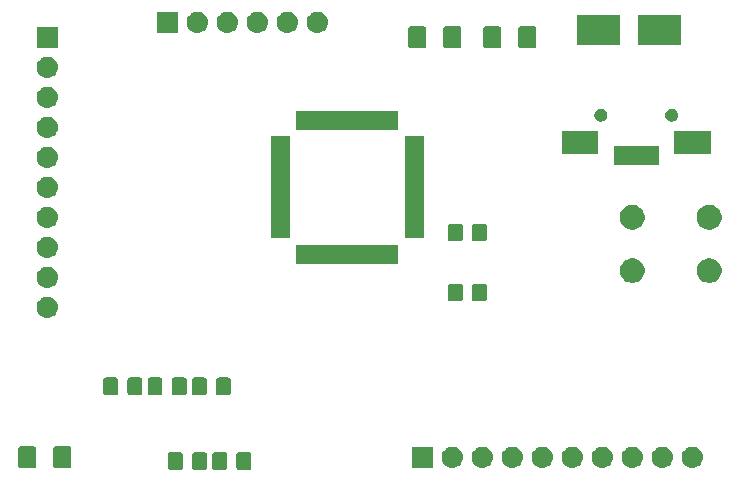
<source format=gbr>
G04 #@! TF.GenerationSoftware,KiCad,Pcbnew,5.0.2+dfsg1-1*
G04 #@! TF.CreationDate,2019-09-12T15:25:03-03:00*
G04 #@! TF.ProjectId,minicurso,6d696e69-6375-4727-936f-2e6b69636164,rev?*
G04 #@! TF.SameCoordinates,Original*
G04 #@! TF.FileFunction,Soldermask,Top*
G04 #@! TF.FilePolarity,Negative*
%FSLAX46Y46*%
G04 Gerber Fmt 4.6, Leading zero omitted, Abs format (unit mm)*
G04 Created by KiCad (PCBNEW 5.0.2+dfsg1-1) date qui 12 set 2019 15:25:03 -03*
%MOMM*%
%LPD*%
G01*
G04 APERTURE LIST*
%ADD10C,0.100000*%
G04 APERTURE END LIST*
D10*
G36*
X78057636Y-75764565D02*
X78095323Y-75775998D01*
X78130062Y-75794566D01*
X78160507Y-75819552D01*
X78185493Y-75849997D01*
X78204061Y-75884736D01*
X78215494Y-75922423D01*
X78219959Y-75967761D01*
X78219959Y-77054439D01*
X78215494Y-77099777D01*
X78204061Y-77137464D01*
X78185493Y-77172203D01*
X78160507Y-77202648D01*
X78130062Y-77227634D01*
X78095323Y-77246202D01*
X78057636Y-77257635D01*
X78012298Y-77262100D01*
X77175620Y-77262100D01*
X77130282Y-77257635D01*
X77092595Y-77246202D01*
X77057856Y-77227634D01*
X77027411Y-77202648D01*
X77002425Y-77172203D01*
X76983857Y-77137464D01*
X76972424Y-77099777D01*
X76967959Y-77054439D01*
X76967959Y-75967761D01*
X76972424Y-75922423D01*
X76983857Y-75884736D01*
X77002425Y-75849997D01*
X77027411Y-75819552D01*
X77057856Y-75794566D01*
X77092595Y-75775998D01*
X77130282Y-75764565D01*
X77175620Y-75760100D01*
X78012298Y-75760100D01*
X78057636Y-75764565D01*
X78057636Y-75764565D01*
G37*
G36*
X74307636Y-75764565D02*
X74345323Y-75775998D01*
X74380062Y-75794566D01*
X74410507Y-75819552D01*
X74435493Y-75849997D01*
X74454061Y-75884736D01*
X74465494Y-75922423D01*
X74469959Y-75967761D01*
X74469959Y-77054439D01*
X74465494Y-77099777D01*
X74454061Y-77137464D01*
X74435493Y-77172203D01*
X74410507Y-77202648D01*
X74380062Y-77227634D01*
X74345323Y-77246202D01*
X74307636Y-77257635D01*
X74262298Y-77262100D01*
X73425620Y-77262100D01*
X73380282Y-77257635D01*
X73342595Y-77246202D01*
X73307856Y-77227634D01*
X73277411Y-77202648D01*
X73252425Y-77172203D01*
X73233857Y-77137464D01*
X73222424Y-77099777D01*
X73217959Y-77054439D01*
X73217959Y-75967761D01*
X73222424Y-75922423D01*
X73233857Y-75884736D01*
X73252425Y-75849997D01*
X73277411Y-75819552D01*
X73307856Y-75794566D01*
X73342595Y-75775998D01*
X73380282Y-75764565D01*
X73425620Y-75760100D01*
X74262298Y-75760100D01*
X74307636Y-75764565D01*
X74307636Y-75764565D01*
G37*
G36*
X72257636Y-75764565D02*
X72295323Y-75775998D01*
X72330062Y-75794566D01*
X72360507Y-75819552D01*
X72385493Y-75849997D01*
X72404061Y-75884736D01*
X72415494Y-75922423D01*
X72419959Y-75967761D01*
X72419959Y-77054439D01*
X72415494Y-77099777D01*
X72404061Y-77137464D01*
X72385493Y-77172203D01*
X72360507Y-77202648D01*
X72330062Y-77227634D01*
X72295323Y-77246202D01*
X72257636Y-77257635D01*
X72212298Y-77262100D01*
X71375620Y-77262100D01*
X71330282Y-77257635D01*
X71292595Y-77246202D01*
X71257856Y-77227634D01*
X71227411Y-77202648D01*
X71202425Y-77172203D01*
X71183857Y-77137464D01*
X71172424Y-77099777D01*
X71167959Y-77054439D01*
X71167959Y-75967761D01*
X71172424Y-75922423D01*
X71183857Y-75884736D01*
X71202425Y-75849997D01*
X71227411Y-75819552D01*
X71257856Y-75794566D01*
X71292595Y-75775998D01*
X71330282Y-75764565D01*
X71375620Y-75760100D01*
X72212298Y-75760100D01*
X72257636Y-75764565D01*
X72257636Y-75764565D01*
G37*
G36*
X76007636Y-75764565D02*
X76045323Y-75775998D01*
X76080062Y-75794566D01*
X76110507Y-75819552D01*
X76135493Y-75849997D01*
X76154061Y-75884736D01*
X76165494Y-75922423D01*
X76169959Y-75967761D01*
X76169959Y-77054439D01*
X76165494Y-77099777D01*
X76154061Y-77137464D01*
X76135493Y-77172203D01*
X76110507Y-77202648D01*
X76080062Y-77227634D01*
X76045323Y-77246202D01*
X76007636Y-77257635D01*
X75962298Y-77262100D01*
X75125620Y-77262100D01*
X75080282Y-77257635D01*
X75042595Y-77246202D01*
X75007856Y-77227634D01*
X74977411Y-77202648D01*
X74952425Y-77172203D01*
X74933857Y-77137464D01*
X74922424Y-77099777D01*
X74917959Y-77054439D01*
X74917959Y-75967761D01*
X74922424Y-75922423D01*
X74933857Y-75884736D01*
X74952425Y-75849997D01*
X74977411Y-75819552D01*
X75007856Y-75794566D01*
X75042595Y-75775998D01*
X75080282Y-75764565D01*
X75125620Y-75760100D01*
X75962298Y-75760100D01*
X76007636Y-75764565D01*
X76007636Y-75764565D01*
G37*
G36*
X59868062Y-75278181D02*
X59902977Y-75288773D01*
X59935165Y-75305978D01*
X59963373Y-75329127D01*
X59986522Y-75357335D01*
X60003727Y-75389523D01*
X60014319Y-75424438D01*
X60018500Y-75466895D01*
X60018500Y-76933105D01*
X60014319Y-76975562D01*
X60003727Y-77010477D01*
X59986522Y-77042665D01*
X59963373Y-77070873D01*
X59935165Y-77094022D01*
X59902977Y-77111227D01*
X59868062Y-77121819D01*
X59825605Y-77126000D01*
X58684395Y-77126000D01*
X58641938Y-77121819D01*
X58607023Y-77111227D01*
X58574835Y-77094022D01*
X58546627Y-77070873D01*
X58523478Y-77042665D01*
X58506273Y-77010477D01*
X58495681Y-76975562D01*
X58491500Y-76933105D01*
X58491500Y-75466895D01*
X58495681Y-75424438D01*
X58506273Y-75389523D01*
X58523478Y-75357335D01*
X58546627Y-75329127D01*
X58574835Y-75305978D01*
X58607023Y-75288773D01*
X58641938Y-75278181D01*
X58684395Y-75274000D01*
X59825605Y-75274000D01*
X59868062Y-75278181D01*
X59868062Y-75278181D01*
G37*
G36*
X62843062Y-75278181D02*
X62877977Y-75288773D01*
X62910165Y-75305978D01*
X62938373Y-75329127D01*
X62961522Y-75357335D01*
X62978727Y-75389523D01*
X62989319Y-75424438D01*
X62993500Y-75466895D01*
X62993500Y-76933105D01*
X62989319Y-76975562D01*
X62978727Y-77010477D01*
X62961522Y-77042665D01*
X62938373Y-77070873D01*
X62910165Y-77094022D01*
X62877977Y-77111227D01*
X62843062Y-77121819D01*
X62800605Y-77126000D01*
X61659395Y-77126000D01*
X61616938Y-77121819D01*
X61582023Y-77111227D01*
X61549835Y-77094022D01*
X61521627Y-77070873D01*
X61498478Y-77042665D01*
X61481273Y-77010477D01*
X61470681Y-76975562D01*
X61466500Y-76933105D01*
X61466500Y-75466895D01*
X61470681Y-75424438D01*
X61481273Y-75389523D01*
X61498478Y-75357335D01*
X61521627Y-75329127D01*
X61549835Y-75305978D01*
X61582023Y-75288773D01*
X61616938Y-75278181D01*
X61659395Y-75274000D01*
X62800605Y-75274000D01*
X62843062Y-75278181D01*
X62843062Y-75278181D01*
G37*
G36*
X110600442Y-75305518D02*
X110666627Y-75312037D01*
X110779853Y-75346384D01*
X110836467Y-75363557D01*
X110975087Y-75437652D01*
X110992991Y-75447222D01*
X111016962Y-75466895D01*
X111130186Y-75559814D01*
X111213448Y-75661271D01*
X111242778Y-75697009D01*
X111242779Y-75697011D01*
X111326443Y-75853533D01*
X111326443Y-75853534D01*
X111377963Y-76023373D01*
X111395359Y-76200000D01*
X111377963Y-76376627D01*
X111343616Y-76489853D01*
X111326443Y-76546467D01*
X111252348Y-76685087D01*
X111242778Y-76702991D01*
X111213448Y-76738729D01*
X111130186Y-76840186D01*
X111028729Y-76923448D01*
X110992991Y-76952778D01*
X110992989Y-76952779D01*
X110836467Y-77036443D01*
X110799901Y-77047535D01*
X110666627Y-77087963D01*
X110600442Y-77094482D01*
X110534260Y-77101000D01*
X110445740Y-77101000D01*
X110379558Y-77094482D01*
X110313373Y-77087963D01*
X110180099Y-77047535D01*
X110143533Y-77036443D01*
X109987011Y-76952779D01*
X109987009Y-76952778D01*
X109951271Y-76923448D01*
X109849814Y-76840186D01*
X109766552Y-76738729D01*
X109737222Y-76702991D01*
X109727652Y-76685087D01*
X109653557Y-76546467D01*
X109636384Y-76489853D01*
X109602037Y-76376627D01*
X109584641Y-76200000D01*
X109602037Y-76023373D01*
X109653557Y-75853534D01*
X109653557Y-75853533D01*
X109737221Y-75697011D01*
X109737222Y-75697009D01*
X109766552Y-75661271D01*
X109849814Y-75559814D01*
X109963038Y-75466895D01*
X109987009Y-75447222D01*
X110004913Y-75437652D01*
X110143533Y-75363557D01*
X110200147Y-75346384D01*
X110313373Y-75312037D01*
X110379558Y-75305518D01*
X110445740Y-75299000D01*
X110534260Y-75299000D01*
X110600442Y-75305518D01*
X110600442Y-75305518D01*
G37*
G36*
X108060442Y-75305518D02*
X108126627Y-75312037D01*
X108239853Y-75346384D01*
X108296467Y-75363557D01*
X108435087Y-75437652D01*
X108452991Y-75447222D01*
X108476962Y-75466895D01*
X108590186Y-75559814D01*
X108673448Y-75661271D01*
X108702778Y-75697009D01*
X108702779Y-75697011D01*
X108786443Y-75853533D01*
X108786443Y-75853534D01*
X108837963Y-76023373D01*
X108855359Y-76200000D01*
X108837963Y-76376627D01*
X108803616Y-76489853D01*
X108786443Y-76546467D01*
X108712348Y-76685087D01*
X108702778Y-76702991D01*
X108673448Y-76738729D01*
X108590186Y-76840186D01*
X108488729Y-76923448D01*
X108452991Y-76952778D01*
X108452989Y-76952779D01*
X108296467Y-77036443D01*
X108259901Y-77047535D01*
X108126627Y-77087963D01*
X108060442Y-77094482D01*
X107994260Y-77101000D01*
X107905740Y-77101000D01*
X107839558Y-77094482D01*
X107773373Y-77087963D01*
X107640099Y-77047535D01*
X107603533Y-77036443D01*
X107447011Y-76952779D01*
X107447009Y-76952778D01*
X107411271Y-76923448D01*
X107309814Y-76840186D01*
X107226552Y-76738729D01*
X107197222Y-76702991D01*
X107187652Y-76685087D01*
X107113557Y-76546467D01*
X107096384Y-76489853D01*
X107062037Y-76376627D01*
X107044641Y-76200000D01*
X107062037Y-76023373D01*
X107113557Y-75853534D01*
X107113557Y-75853533D01*
X107197221Y-75697011D01*
X107197222Y-75697009D01*
X107226552Y-75661271D01*
X107309814Y-75559814D01*
X107423038Y-75466895D01*
X107447009Y-75447222D01*
X107464913Y-75437652D01*
X107603533Y-75363557D01*
X107660147Y-75346384D01*
X107773373Y-75312037D01*
X107839558Y-75305518D01*
X107905740Y-75299000D01*
X107994260Y-75299000D01*
X108060442Y-75305518D01*
X108060442Y-75305518D01*
G37*
G36*
X105520442Y-75305518D02*
X105586627Y-75312037D01*
X105699853Y-75346384D01*
X105756467Y-75363557D01*
X105895087Y-75437652D01*
X105912991Y-75447222D01*
X105936962Y-75466895D01*
X106050186Y-75559814D01*
X106133448Y-75661271D01*
X106162778Y-75697009D01*
X106162779Y-75697011D01*
X106246443Y-75853533D01*
X106246443Y-75853534D01*
X106297963Y-76023373D01*
X106315359Y-76200000D01*
X106297963Y-76376627D01*
X106263616Y-76489853D01*
X106246443Y-76546467D01*
X106172348Y-76685087D01*
X106162778Y-76702991D01*
X106133448Y-76738729D01*
X106050186Y-76840186D01*
X105948729Y-76923448D01*
X105912991Y-76952778D01*
X105912989Y-76952779D01*
X105756467Y-77036443D01*
X105719901Y-77047535D01*
X105586627Y-77087963D01*
X105520442Y-77094482D01*
X105454260Y-77101000D01*
X105365740Y-77101000D01*
X105299558Y-77094482D01*
X105233373Y-77087963D01*
X105100099Y-77047535D01*
X105063533Y-77036443D01*
X104907011Y-76952779D01*
X104907009Y-76952778D01*
X104871271Y-76923448D01*
X104769814Y-76840186D01*
X104686552Y-76738729D01*
X104657222Y-76702991D01*
X104647652Y-76685087D01*
X104573557Y-76546467D01*
X104556384Y-76489853D01*
X104522037Y-76376627D01*
X104504641Y-76200000D01*
X104522037Y-76023373D01*
X104573557Y-75853534D01*
X104573557Y-75853533D01*
X104657221Y-75697011D01*
X104657222Y-75697009D01*
X104686552Y-75661271D01*
X104769814Y-75559814D01*
X104883038Y-75466895D01*
X104907009Y-75447222D01*
X104924913Y-75437652D01*
X105063533Y-75363557D01*
X105120147Y-75346384D01*
X105233373Y-75312037D01*
X105299558Y-75305518D01*
X105365740Y-75299000D01*
X105454260Y-75299000D01*
X105520442Y-75305518D01*
X105520442Y-75305518D01*
G37*
G36*
X102980442Y-75305518D02*
X103046627Y-75312037D01*
X103159853Y-75346384D01*
X103216467Y-75363557D01*
X103355087Y-75437652D01*
X103372991Y-75447222D01*
X103396962Y-75466895D01*
X103510186Y-75559814D01*
X103593448Y-75661271D01*
X103622778Y-75697009D01*
X103622779Y-75697011D01*
X103706443Y-75853533D01*
X103706443Y-75853534D01*
X103757963Y-76023373D01*
X103775359Y-76200000D01*
X103757963Y-76376627D01*
X103723616Y-76489853D01*
X103706443Y-76546467D01*
X103632348Y-76685087D01*
X103622778Y-76702991D01*
X103593448Y-76738729D01*
X103510186Y-76840186D01*
X103408729Y-76923448D01*
X103372991Y-76952778D01*
X103372989Y-76952779D01*
X103216467Y-77036443D01*
X103179901Y-77047535D01*
X103046627Y-77087963D01*
X102980442Y-77094482D01*
X102914260Y-77101000D01*
X102825740Y-77101000D01*
X102759558Y-77094482D01*
X102693373Y-77087963D01*
X102560099Y-77047535D01*
X102523533Y-77036443D01*
X102367011Y-76952779D01*
X102367009Y-76952778D01*
X102331271Y-76923448D01*
X102229814Y-76840186D01*
X102146552Y-76738729D01*
X102117222Y-76702991D01*
X102107652Y-76685087D01*
X102033557Y-76546467D01*
X102016384Y-76489853D01*
X101982037Y-76376627D01*
X101964641Y-76200000D01*
X101982037Y-76023373D01*
X102033557Y-75853534D01*
X102033557Y-75853533D01*
X102117221Y-75697011D01*
X102117222Y-75697009D01*
X102146552Y-75661271D01*
X102229814Y-75559814D01*
X102343038Y-75466895D01*
X102367009Y-75447222D01*
X102384913Y-75437652D01*
X102523533Y-75363557D01*
X102580147Y-75346384D01*
X102693373Y-75312037D01*
X102759558Y-75305518D01*
X102825740Y-75299000D01*
X102914260Y-75299000D01*
X102980442Y-75305518D01*
X102980442Y-75305518D01*
G37*
G36*
X100440442Y-75305518D02*
X100506627Y-75312037D01*
X100619853Y-75346384D01*
X100676467Y-75363557D01*
X100815087Y-75437652D01*
X100832991Y-75447222D01*
X100856962Y-75466895D01*
X100970186Y-75559814D01*
X101053448Y-75661271D01*
X101082778Y-75697009D01*
X101082779Y-75697011D01*
X101166443Y-75853533D01*
X101166443Y-75853534D01*
X101217963Y-76023373D01*
X101235359Y-76200000D01*
X101217963Y-76376627D01*
X101183616Y-76489853D01*
X101166443Y-76546467D01*
X101092348Y-76685087D01*
X101082778Y-76702991D01*
X101053448Y-76738729D01*
X100970186Y-76840186D01*
X100868729Y-76923448D01*
X100832991Y-76952778D01*
X100832989Y-76952779D01*
X100676467Y-77036443D01*
X100639901Y-77047535D01*
X100506627Y-77087963D01*
X100440442Y-77094482D01*
X100374260Y-77101000D01*
X100285740Y-77101000D01*
X100219558Y-77094482D01*
X100153373Y-77087963D01*
X100020099Y-77047535D01*
X99983533Y-77036443D01*
X99827011Y-76952779D01*
X99827009Y-76952778D01*
X99791271Y-76923448D01*
X99689814Y-76840186D01*
X99606552Y-76738729D01*
X99577222Y-76702991D01*
X99567652Y-76685087D01*
X99493557Y-76546467D01*
X99476384Y-76489853D01*
X99442037Y-76376627D01*
X99424641Y-76200000D01*
X99442037Y-76023373D01*
X99493557Y-75853534D01*
X99493557Y-75853533D01*
X99577221Y-75697011D01*
X99577222Y-75697009D01*
X99606552Y-75661271D01*
X99689814Y-75559814D01*
X99803038Y-75466895D01*
X99827009Y-75447222D01*
X99844913Y-75437652D01*
X99983533Y-75363557D01*
X100040147Y-75346384D01*
X100153373Y-75312037D01*
X100219558Y-75305518D01*
X100285740Y-75299000D01*
X100374260Y-75299000D01*
X100440442Y-75305518D01*
X100440442Y-75305518D01*
G37*
G36*
X97900442Y-75305518D02*
X97966627Y-75312037D01*
X98079853Y-75346384D01*
X98136467Y-75363557D01*
X98275087Y-75437652D01*
X98292991Y-75447222D01*
X98316962Y-75466895D01*
X98430186Y-75559814D01*
X98513448Y-75661271D01*
X98542778Y-75697009D01*
X98542779Y-75697011D01*
X98626443Y-75853533D01*
X98626443Y-75853534D01*
X98677963Y-76023373D01*
X98695359Y-76200000D01*
X98677963Y-76376627D01*
X98643616Y-76489853D01*
X98626443Y-76546467D01*
X98552348Y-76685087D01*
X98542778Y-76702991D01*
X98513448Y-76738729D01*
X98430186Y-76840186D01*
X98328729Y-76923448D01*
X98292991Y-76952778D01*
X98292989Y-76952779D01*
X98136467Y-77036443D01*
X98099901Y-77047535D01*
X97966627Y-77087963D01*
X97900442Y-77094482D01*
X97834260Y-77101000D01*
X97745740Y-77101000D01*
X97679558Y-77094482D01*
X97613373Y-77087963D01*
X97480099Y-77047535D01*
X97443533Y-77036443D01*
X97287011Y-76952779D01*
X97287009Y-76952778D01*
X97251271Y-76923448D01*
X97149814Y-76840186D01*
X97066552Y-76738729D01*
X97037222Y-76702991D01*
X97027652Y-76685087D01*
X96953557Y-76546467D01*
X96936384Y-76489853D01*
X96902037Y-76376627D01*
X96884641Y-76200000D01*
X96902037Y-76023373D01*
X96953557Y-75853534D01*
X96953557Y-75853533D01*
X97037221Y-75697011D01*
X97037222Y-75697009D01*
X97066552Y-75661271D01*
X97149814Y-75559814D01*
X97263038Y-75466895D01*
X97287009Y-75447222D01*
X97304913Y-75437652D01*
X97443533Y-75363557D01*
X97500147Y-75346384D01*
X97613373Y-75312037D01*
X97679558Y-75305518D01*
X97745740Y-75299000D01*
X97834260Y-75299000D01*
X97900442Y-75305518D01*
X97900442Y-75305518D01*
G37*
G36*
X95360442Y-75305518D02*
X95426627Y-75312037D01*
X95539853Y-75346384D01*
X95596467Y-75363557D01*
X95735087Y-75437652D01*
X95752991Y-75447222D01*
X95776962Y-75466895D01*
X95890186Y-75559814D01*
X95973448Y-75661271D01*
X96002778Y-75697009D01*
X96002779Y-75697011D01*
X96086443Y-75853533D01*
X96086443Y-75853534D01*
X96137963Y-76023373D01*
X96155359Y-76200000D01*
X96137963Y-76376627D01*
X96103616Y-76489853D01*
X96086443Y-76546467D01*
X96012348Y-76685087D01*
X96002778Y-76702991D01*
X95973448Y-76738729D01*
X95890186Y-76840186D01*
X95788729Y-76923448D01*
X95752991Y-76952778D01*
X95752989Y-76952779D01*
X95596467Y-77036443D01*
X95559901Y-77047535D01*
X95426627Y-77087963D01*
X95360442Y-77094482D01*
X95294260Y-77101000D01*
X95205740Y-77101000D01*
X95139558Y-77094482D01*
X95073373Y-77087963D01*
X94940099Y-77047535D01*
X94903533Y-77036443D01*
X94747011Y-76952779D01*
X94747009Y-76952778D01*
X94711271Y-76923448D01*
X94609814Y-76840186D01*
X94526552Y-76738729D01*
X94497222Y-76702991D01*
X94487652Y-76685087D01*
X94413557Y-76546467D01*
X94396384Y-76489853D01*
X94362037Y-76376627D01*
X94344641Y-76200000D01*
X94362037Y-76023373D01*
X94413557Y-75853534D01*
X94413557Y-75853533D01*
X94497221Y-75697011D01*
X94497222Y-75697009D01*
X94526552Y-75661271D01*
X94609814Y-75559814D01*
X94723038Y-75466895D01*
X94747009Y-75447222D01*
X94764913Y-75437652D01*
X94903533Y-75363557D01*
X94960147Y-75346384D01*
X95073373Y-75312037D01*
X95139558Y-75305518D01*
X95205740Y-75299000D01*
X95294260Y-75299000D01*
X95360442Y-75305518D01*
X95360442Y-75305518D01*
G37*
G36*
X93611000Y-77101000D02*
X91809000Y-77101000D01*
X91809000Y-75299000D01*
X93611000Y-75299000D01*
X93611000Y-77101000D01*
X93611000Y-77101000D01*
G37*
G36*
X113140442Y-75305518D02*
X113206627Y-75312037D01*
X113319853Y-75346384D01*
X113376467Y-75363557D01*
X113515087Y-75437652D01*
X113532991Y-75447222D01*
X113556962Y-75466895D01*
X113670186Y-75559814D01*
X113753448Y-75661271D01*
X113782778Y-75697009D01*
X113782779Y-75697011D01*
X113866443Y-75853533D01*
X113866443Y-75853534D01*
X113917963Y-76023373D01*
X113935359Y-76200000D01*
X113917963Y-76376627D01*
X113883616Y-76489853D01*
X113866443Y-76546467D01*
X113792348Y-76685087D01*
X113782778Y-76702991D01*
X113753448Y-76738729D01*
X113670186Y-76840186D01*
X113568729Y-76923448D01*
X113532991Y-76952778D01*
X113532989Y-76952779D01*
X113376467Y-77036443D01*
X113339901Y-77047535D01*
X113206627Y-77087963D01*
X113140442Y-77094482D01*
X113074260Y-77101000D01*
X112985740Y-77101000D01*
X112919558Y-77094482D01*
X112853373Y-77087963D01*
X112720099Y-77047535D01*
X112683533Y-77036443D01*
X112527011Y-76952779D01*
X112527009Y-76952778D01*
X112491271Y-76923448D01*
X112389814Y-76840186D01*
X112306552Y-76738729D01*
X112277222Y-76702991D01*
X112267652Y-76685087D01*
X112193557Y-76546467D01*
X112176384Y-76489853D01*
X112142037Y-76376627D01*
X112124641Y-76200000D01*
X112142037Y-76023373D01*
X112193557Y-75853534D01*
X112193557Y-75853533D01*
X112277221Y-75697011D01*
X112277222Y-75697009D01*
X112306552Y-75661271D01*
X112389814Y-75559814D01*
X112503038Y-75466895D01*
X112527009Y-75447222D01*
X112544913Y-75437652D01*
X112683533Y-75363557D01*
X112740147Y-75346384D01*
X112853373Y-75312037D01*
X112919558Y-75305518D01*
X112985740Y-75299000D01*
X113074260Y-75299000D01*
X113140442Y-75305518D01*
X113140442Y-75305518D01*
G37*
G36*
X115680442Y-75305518D02*
X115746627Y-75312037D01*
X115859853Y-75346384D01*
X115916467Y-75363557D01*
X116055087Y-75437652D01*
X116072991Y-75447222D01*
X116096962Y-75466895D01*
X116210186Y-75559814D01*
X116293448Y-75661271D01*
X116322778Y-75697009D01*
X116322779Y-75697011D01*
X116406443Y-75853533D01*
X116406443Y-75853534D01*
X116457963Y-76023373D01*
X116475359Y-76200000D01*
X116457963Y-76376627D01*
X116423616Y-76489853D01*
X116406443Y-76546467D01*
X116332348Y-76685087D01*
X116322778Y-76702991D01*
X116293448Y-76738729D01*
X116210186Y-76840186D01*
X116108729Y-76923448D01*
X116072991Y-76952778D01*
X116072989Y-76952779D01*
X115916467Y-77036443D01*
X115879901Y-77047535D01*
X115746627Y-77087963D01*
X115680442Y-77094482D01*
X115614260Y-77101000D01*
X115525740Y-77101000D01*
X115459558Y-77094482D01*
X115393373Y-77087963D01*
X115260099Y-77047535D01*
X115223533Y-77036443D01*
X115067011Y-76952779D01*
X115067009Y-76952778D01*
X115031271Y-76923448D01*
X114929814Y-76840186D01*
X114846552Y-76738729D01*
X114817222Y-76702991D01*
X114807652Y-76685087D01*
X114733557Y-76546467D01*
X114716384Y-76489853D01*
X114682037Y-76376627D01*
X114664641Y-76200000D01*
X114682037Y-76023373D01*
X114733557Y-75853534D01*
X114733557Y-75853533D01*
X114817221Y-75697011D01*
X114817222Y-75697009D01*
X114846552Y-75661271D01*
X114929814Y-75559814D01*
X115043038Y-75466895D01*
X115067009Y-75447222D01*
X115084913Y-75437652D01*
X115223533Y-75363557D01*
X115280147Y-75346384D01*
X115393373Y-75312037D01*
X115459558Y-75305518D01*
X115525740Y-75299000D01*
X115614260Y-75299000D01*
X115680442Y-75305518D01*
X115680442Y-75305518D01*
G37*
G36*
X76332212Y-69439766D02*
X76369899Y-69451199D01*
X76404638Y-69469767D01*
X76435083Y-69494753D01*
X76460069Y-69525198D01*
X76478637Y-69559937D01*
X76490070Y-69597624D01*
X76494535Y-69642962D01*
X76494535Y-70729640D01*
X76490070Y-70774978D01*
X76478637Y-70812665D01*
X76460069Y-70847404D01*
X76435083Y-70877849D01*
X76404638Y-70902835D01*
X76369899Y-70921403D01*
X76332212Y-70932836D01*
X76286874Y-70937301D01*
X75450196Y-70937301D01*
X75404858Y-70932836D01*
X75367171Y-70921403D01*
X75332432Y-70902835D01*
X75301987Y-70877849D01*
X75277001Y-70847404D01*
X75258433Y-70812665D01*
X75247000Y-70774978D01*
X75242535Y-70729640D01*
X75242535Y-69642962D01*
X75247000Y-69597624D01*
X75258433Y-69559937D01*
X75277001Y-69525198D01*
X75301987Y-69494753D01*
X75332432Y-69469767D01*
X75367171Y-69451199D01*
X75404858Y-69439766D01*
X75450196Y-69435301D01*
X76286874Y-69435301D01*
X76332212Y-69439766D01*
X76332212Y-69439766D01*
G37*
G36*
X66782212Y-69439766D02*
X66819899Y-69451199D01*
X66854638Y-69469767D01*
X66885083Y-69494753D01*
X66910069Y-69525198D01*
X66928637Y-69559937D01*
X66940070Y-69597624D01*
X66944535Y-69642962D01*
X66944535Y-70729640D01*
X66940070Y-70774978D01*
X66928637Y-70812665D01*
X66910069Y-70847404D01*
X66885083Y-70877849D01*
X66854638Y-70902835D01*
X66819899Y-70921403D01*
X66782212Y-70932836D01*
X66736874Y-70937301D01*
X65900196Y-70937301D01*
X65854858Y-70932836D01*
X65817171Y-70921403D01*
X65782432Y-70902835D01*
X65751987Y-70877849D01*
X65727001Y-70847404D01*
X65708433Y-70812665D01*
X65697000Y-70774978D01*
X65692535Y-70729640D01*
X65692535Y-69642962D01*
X65697000Y-69597624D01*
X65708433Y-69559937D01*
X65727001Y-69525198D01*
X65751987Y-69494753D01*
X65782432Y-69469767D01*
X65817171Y-69451199D01*
X65854858Y-69439766D01*
X65900196Y-69435301D01*
X66736874Y-69435301D01*
X66782212Y-69439766D01*
X66782212Y-69439766D01*
G37*
G36*
X68832212Y-69439766D02*
X68869899Y-69451199D01*
X68904638Y-69469767D01*
X68935083Y-69494753D01*
X68960069Y-69525198D01*
X68978637Y-69559937D01*
X68990070Y-69597624D01*
X68994535Y-69642962D01*
X68994535Y-70729640D01*
X68990070Y-70774978D01*
X68978637Y-70812665D01*
X68960069Y-70847404D01*
X68935083Y-70877849D01*
X68904638Y-70902835D01*
X68869899Y-70921403D01*
X68832212Y-70932836D01*
X68786874Y-70937301D01*
X67950196Y-70937301D01*
X67904858Y-70932836D01*
X67867171Y-70921403D01*
X67832432Y-70902835D01*
X67801987Y-70877849D01*
X67777001Y-70847404D01*
X67758433Y-70812665D01*
X67747000Y-70774978D01*
X67742535Y-70729640D01*
X67742535Y-69642962D01*
X67747000Y-69597624D01*
X67758433Y-69559937D01*
X67777001Y-69525198D01*
X67801987Y-69494753D01*
X67832432Y-69469767D01*
X67867171Y-69451199D01*
X67904858Y-69439766D01*
X67950196Y-69435301D01*
X68786874Y-69435301D01*
X68832212Y-69439766D01*
X68832212Y-69439766D01*
G37*
G36*
X70532212Y-69439766D02*
X70569899Y-69451199D01*
X70604638Y-69469767D01*
X70635083Y-69494753D01*
X70660069Y-69525198D01*
X70678637Y-69559937D01*
X70690070Y-69597624D01*
X70694535Y-69642962D01*
X70694535Y-70729640D01*
X70690070Y-70774978D01*
X70678637Y-70812665D01*
X70660069Y-70847404D01*
X70635083Y-70877849D01*
X70604638Y-70902835D01*
X70569899Y-70921403D01*
X70532212Y-70932836D01*
X70486874Y-70937301D01*
X69650196Y-70937301D01*
X69604858Y-70932836D01*
X69567171Y-70921403D01*
X69532432Y-70902835D01*
X69501987Y-70877849D01*
X69477001Y-70847404D01*
X69458433Y-70812665D01*
X69447000Y-70774978D01*
X69442535Y-70729640D01*
X69442535Y-69642962D01*
X69447000Y-69597624D01*
X69458433Y-69559937D01*
X69477001Y-69525198D01*
X69501987Y-69494753D01*
X69532432Y-69469767D01*
X69567171Y-69451199D01*
X69604858Y-69439766D01*
X69650196Y-69435301D01*
X70486874Y-69435301D01*
X70532212Y-69439766D01*
X70532212Y-69439766D01*
G37*
G36*
X74282212Y-69439766D02*
X74319899Y-69451199D01*
X74354638Y-69469767D01*
X74385083Y-69494753D01*
X74410069Y-69525198D01*
X74428637Y-69559937D01*
X74440070Y-69597624D01*
X74444535Y-69642962D01*
X74444535Y-70729640D01*
X74440070Y-70774978D01*
X74428637Y-70812665D01*
X74410069Y-70847404D01*
X74385083Y-70877849D01*
X74354638Y-70902835D01*
X74319899Y-70921403D01*
X74282212Y-70932836D01*
X74236874Y-70937301D01*
X73400196Y-70937301D01*
X73354858Y-70932836D01*
X73317171Y-70921403D01*
X73282432Y-70902835D01*
X73251987Y-70877849D01*
X73227001Y-70847404D01*
X73208433Y-70812665D01*
X73197000Y-70774978D01*
X73192535Y-70729640D01*
X73192535Y-69642962D01*
X73197000Y-69597624D01*
X73208433Y-69559937D01*
X73227001Y-69525198D01*
X73251987Y-69494753D01*
X73282432Y-69469767D01*
X73317171Y-69451199D01*
X73354858Y-69439766D01*
X73400196Y-69435301D01*
X74236874Y-69435301D01*
X74282212Y-69439766D01*
X74282212Y-69439766D01*
G37*
G36*
X72582212Y-69439766D02*
X72619899Y-69451199D01*
X72654638Y-69469767D01*
X72685083Y-69494753D01*
X72710069Y-69525198D01*
X72728637Y-69559937D01*
X72740070Y-69597624D01*
X72744535Y-69642962D01*
X72744535Y-70729640D01*
X72740070Y-70774978D01*
X72728637Y-70812665D01*
X72710069Y-70847404D01*
X72685083Y-70877849D01*
X72654638Y-70902835D01*
X72619899Y-70921403D01*
X72582212Y-70932836D01*
X72536874Y-70937301D01*
X71700196Y-70937301D01*
X71654858Y-70932836D01*
X71617171Y-70921403D01*
X71582432Y-70902835D01*
X71551987Y-70877849D01*
X71527001Y-70847404D01*
X71508433Y-70812665D01*
X71497000Y-70774978D01*
X71492535Y-70729640D01*
X71492535Y-69642962D01*
X71497000Y-69597624D01*
X71508433Y-69559937D01*
X71527001Y-69525198D01*
X71551987Y-69494753D01*
X71582432Y-69469767D01*
X71617171Y-69451199D01*
X71654858Y-69439766D01*
X71700196Y-69435301D01*
X72536874Y-69435301D01*
X72582212Y-69439766D01*
X72582212Y-69439766D01*
G37*
G36*
X61070442Y-62605518D02*
X61136627Y-62612037D01*
X61249853Y-62646384D01*
X61306467Y-62663557D01*
X61391160Y-62708827D01*
X61462991Y-62747222D01*
X61494814Y-62773339D01*
X61600186Y-62859814D01*
X61661996Y-62935131D01*
X61712778Y-62997009D01*
X61712779Y-62997011D01*
X61796443Y-63153533D01*
X61796443Y-63153534D01*
X61847963Y-63323373D01*
X61865359Y-63500000D01*
X61847963Y-63676627D01*
X61813616Y-63789853D01*
X61796443Y-63846467D01*
X61722348Y-63985087D01*
X61712778Y-64002991D01*
X61683448Y-64038729D01*
X61600186Y-64140186D01*
X61498729Y-64223448D01*
X61462991Y-64252778D01*
X61462989Y-64252779D01*
X61306467Y-64336443D01*
X61249853Y-64353616D01*
X61136627Y-64387963D01*
X61070442Y-64394482D01*
X61004260Y-64401000D01*
X60915740Y-64401000D01*
X60849558Y-64394482D01*
X60783373Y-64387963D01*
X60670147Y-64353616D01*
X60613533Y-64336443D01*
X60457011Y-64252779D01*
X60457009Y-64252778D01*
X60421271Y-64223448D01*
X60319814Y-64140186D01*
X60236552Y-64038729D01*
X60207222Y-64002991D01*
X60197652Y-63985087D01*
X60123557Y-63846467D01*
X60106384Y-63789853D01*
X60072037Y-63676627D01*
X60054641Y-63500000D01*
X60072037Y-63323373D01*
X60123557Y-63153534D01*
X60123557Y-63153533D01*
X60207221Y-62997011D01*
X60207222Y-62997009D01*
X60258004Y-62935131D01*
X60319814Y-62859814D01*
X60425186Y-62773339D01*
X60457009Y-62747222D01*
X60528840Y-62708827D01*
X60613533Y-62663557D01*
X60670147Y-62646384D01*
X60783373Y-62612037D01*
X60849558Y-62605518D01*
X60915740Y-62599000D01*
X61004260Y-62599000D01*
X61070442Y-62605518D01*
X61070442Y-62605518D01*
G37*
G36*
X95958677Y-61483465D02*
X95996364Y-61494898D01*
X96031103Y-61513466D01*
X96061548Y-61538452D01*
X96086534Y-61568897D01*
X96105102Y-61603636D01*
X96116535Y-61641323D01*
X96121000Y-61686661D01*
X96121000Y-62773339D01*
X96116535Y-62818677D01*
X96105102Y-62856364D01*
X96086534Y-62891103D01*
X96061548Y-62921548D01*
X96031103Y-62946534D01*
X95996364Y-62965102D01*
X95958677Y-62976535D01*
X95913339Y-62981000D01*
X95076661Y-62981000D01*
X95031323Y-62976535D01*
X94993636Y-62965102D01*
X94958897Y-62946534D01*
X94928452Y-62921548D01*
X94903466Y-62891103D01*
X94884898Y-62856364D01*
X94873465Y-62818677D01*
X94869000Y-62773339D01*
X94869000Y-61686661D01*
X94873465Y-61641323D01*
X94884898Y-61603636D01*
X94903466Y-61568897D01*
X94928452Y-61538452D01*
X94958897Y-61513466D01*
X94993636Y-61494898D01*
X95031323Y-61483465D01*
X95076661Y-61479000D01*
X95913339Y-61479000D01*
X95958677Y-61483465D01*
X95958677Y-61483465D01*
G37*
G36*
X98008677Y-61483465D02*
X98046364Y-61494898D01*
X98081103Y-61513466D01*
X98111548Y-61538452D01*
X98136534Y-61568897D01*
X98155102Y-61603636D01*
X98166535Y-61641323D01*
X98171000Y-61686661D01*
X98171000Y-62773339D01*
X98166535Y-62818677D01*
X98155102Y-62856364D01*
X98136534Y-62891103D01*
X98111548Y-62921548D01*
X98081103Y-62946534D01*
X98046364Y-62965102D01*
X98008677Y-62976535D01*
X97963339Y-62981000D01*
X97126661Y-62981000D01*
X97081323Y-62976535D01*
X97043636Y-62965102D01*
X97008897Y-62946534D01*
X96978452Y-62921548D01*
X96953466Y-62891103D01*
X96934898Y-62856364D01*
X96923465Y-62818677D01*
X96919000Y-62773339D01*
X96919000Y-61686661D01*
X96923465Y-61641323D01*
X96934898Y-61603636D01*
X96953466Y-61568897D01*
X96978452Y-61538452D01*
X97008897Y-61513466D01*
X97043636Y-61494898D01*
X97081323Y-61483465D01*
X97126661Y-61479000D01*
X97963339Y-61479000D01*
X98008677Y-61483465D01*
X98008677Y-61483465D01*
G37*
G36*
X61070442Y-60065518D02*
X61136627Y-60072037D01*
X61249853Y-60106384D01*
X61306467Y-60123557D01*
X61445087Y-60197652D01*
X61462991Y-60207222D01*
X61498729Y-60236552D01*
X61600186Y-60319814D01*
X61683448Y-60421271D01*
X61712778Y-60457009D01*
X61712779Y-60457011D01*
X61796443Y-60613533D01*
X61796443Y-60613534D01*
X61847963Y-60783373D01*
X61865359Y-60960000D01*
X61847963Y-61136627D01*
X61813616Y-61249853D01*
X61796443Y-61306467D01*
X61793814Y-61311385D01*
X61712778Y-61462991D01*
X61695975Y-61483465D01*
X61600186Y-61600186D01*
X61498729Y-61683448D01*
X61462991Y-61712778D01*
X61462989Y-61712779D01*
X61306467Y-61796443D01*
X61249853Y-61813616D01*
X61136627Y-61847963D01*
X61070443Y-61854481D01*
X61004260Y-61861000D01*
X60915740Y-61861000D01*
X60849557Y-61854481D01*
X60783373Y-61847963D01*
X60670147Y-61813616D01*
X60613533Y-61796443D01*
X60457011Y-61712779D01*
X60457009Y-61712778D01*
X60421271Y-61683448D01*
X60319814Y-61600186D01*
X60224025Y-61483465D01*
X60207222Y-61462991D01*
X60126186Y-61311385D01*
X60123557Y-61306467D01*
X60106384Y-61249853D01*
X60072037Y-61136627D01*
X60054641Y-60960000D01*
X60072037Y-60783373D01*
X60123557Y-60613534D01*
X60123557Y-60613533D01*
X60207221Y-60457011D01*
X60207222Y-60457009D01*
X60236552Y-60421271D01*
X60319814Y-60319814D01*
X60421271Y-60236552D01*
X60457009Y-60207222D01*
X60474913Y-60197652D01*
X60613533Y-60123557D01*
X60670147Y-60106384D01*
X60783373Y-60072037D01*
X60849558Y-60065518D01*
X60915740Y-60059000D01*
X61004260Y-60059000D01*
X61070442Y-60065518D01*
X61070442Y-60065518D01*
G37*
G36*
X110796565Y-59369389D02*
X110987834Y-59448615D01*
X111159976Y-59563637D01*
X111306363Y-59710024D01*
X111421385Y-59882166D01*
X111500611Y-60073435D01*
X111541000Y-60276484D01*
X111541000Y-60483516D01*
X111500611Y-60686565D01*
X111421385Y-60877834D01*
X111306363Y-61049976D01*
X111159976Y-61196363D01*
X110987834Y-61311385D01*
X110796565Y-61390611D01*
X110593516Y-61431000D01*
X110386484Y-61431000D01*
X110183435Y-61390611D01*
X109992166Y-61311385D01*
X109820024Y-61196363D01*
X109673637Y-61049976D01*
X109558615Y-60877834D01*
X109479389Y-60686565D01*
X109439000Y-60483516D01*
X109439000Y-60276484D01*
X109479389Y-60073435D01*
X109558615Y-59882166D01*
X109673637Y-59710024D01*
X109820024Y-59563637D01*
X109992166Y-59448615D01*
X110183435Y-59369389D01*
X110386484Y-59329000D01*
X110593516Y-59329000D01*
X110796565Y-59369389D01*
X110796565Y-59369389D01*
G37*
G36*
X117296565Y-59369389D02*
X117487834Y-59448615D01*
X117659976Y-59563637D01*
X117806363Y-59710024D01*
X117921385Y-59882166D01*
X118000611Y-60073435D01*
X118041000Y-60276484D01*
X118041000Y-60483516D01*
X118000611Y-60686565D01*
X117921385Y-60877834D01*
X117806363Y-61049976D01*
X117659976Y-61196363D01*
X117487834Y-61311385D01*
X117296565Y-61390611D01*
X117093516Y-61431000D01*
X116886484Y-61431000D01*
X116683435Y-61390611D01*
X116492166Y-61311385D01*
X116320024Y-61196363D01*
X116173637Y-61049976D01*
X116058615Y-60877834D01*
X115979389Y-60686565D01*
X115939000Y-60483516D01*
X115939000Y-60276484D01*
X115979389Y-60073435D01*
X116058615Y-59882166D01*
X116173637Y-59710024D01*
X116320024Y-59563637D01*
X116492166Y-59448615D01*
X116683435Y-59369389D01*
X116886484Y-59329000D01*
X117093516Y-59329000D01*
X117296565Y-59369389D01*
X117296565Y-59369389D01*
G37*
G36*
X90686000Y-59841000D02*
X82034000Y-59841000D01*
X82034000Y-58239000D01*
X90686000Y-58239000D01*
X90686000Y-59841000D01*
X90686000Y-59841000D01*
G37*
G36*
X61070443Y-57525519D02*
X61136627Y-57532037D01*
X61249853Y-57566384D01*
X61306467Y-57583557D01*
X61391160Y-57628827D01*
X61462991Y-57667222D01*
X61494814Y-57693339D01*
X61600186Y-57779814D01*
X61661996Y-57855131D01*
X61712778Y-57917009D01*
X61712779Y-57917011D01*
X61796443Y-58073533D01*
X61796443Y-58073534D01*
X61847963Y-58243373D01*
X61865359Y-58420000D01*
X61847963Y-58596627D01*
X61813616Y-58709853D01*
X61796443Y-58766467D01*
X61722348Y-58905087D01*
X61712778Y-58922991D01*
X61683448Y-58958729D01*
X61600186Y-59060186D01*
X61498729Y-59143448D01*
X61462991Y-59172778D01*
X61462989Y-59172779D01*
X61306467Y-59256443D01*
X61249853Y-59273616D01*
X61136627Y-59307963D01*
X61070442Y-59314482D01*
X61004260Y-59321000D01*
X60915740Y-59321000D01*
X60849558Y-59314482D01*
X60783373Y-59307963D01*
X60670147Y-59273616D01*
X60613533Y-59256443D01*
X60457011Y-59172779D01*
X60457009Y-59172778D01*
X60421271Y-59143448D01*
X60319814Y-59060186D01*
X60236552Y-58958729D01*
X60207222Y-58922991D01*
X60197652Y-58905087D01*
X60123557Y-58766467D01*
X60106384Y-58709853D01*
X60072037Y-58596627D01*
X60054641Y-58420000D01*
X60072037Y-58243373D01*
X60123557Y-58073534D01*
X60123557Y-58073533D01*
X60207221Y-57917011D01*
X60207222Y-57917009D01*
X60258004Y-57855131D01*
X60319814Y-57779814D01*
X60425186Y-57693339D01*
X60457009Y-57667222D01*
X60528840Y-57628827D01*
X60613533Y-57583557D01*
X60670147Y-57566384D01*
X60783373Y-57532037D01*
X60849557Y-57525519D01*
X60915740Y-57519000D01*
X61004260Y-57519000D01*
X61070443Y-57525519D01*
X61070443Y-57525519D01*
G37*
G36*
X95958677Y-56403465D02*
X95996364Y-56414898D01*
X96031103Y-56433466D01*
X96061548Y-56458452D01*
X96086534Y-56488897D01*
X96105102Y-56523636D01*
X96116535Y-56561323D01*
X96121000Y-56606661D01*
X96121000Y-57693339D01*
X96116535Y-57738677D01*
X96105102Y-57776364D01*
X96086534Y-57811103D01*
X96061548Y-57841548D01*
X96031103Y-57866534D01*
X95996364Y-57885102D01*
X95958677Y-57896535D01*
X95913339Y-57901000D01*
X95076661Y-57901000D01*
X95031323Y-57896535D01*
X94993636Y-57885102D01*
X94958897Y-57866534D01*
X94928452Y-57841548D01*
X94903466Y-57811103D01*
X94884898Y-57776364D01*
X94873465Y-57738677D01*
X94869000Y-57693339D01*
X94869000Y-56606661D01*
X94873465Y-56561323D01*
X94884898Y-56523636D01*
X94903466Y-56488897D01*
X94928452Y-56458452D01*
X94958897Y-56433466D01*
X94993636Y-56414898D01*
X95031323Y-56403465D01*
X95076661Y-56399000D01*
X95913339Y-56399000D01*
X95958677Y-56403465D01*
X95958677Y-56403465D01*
G37*
G36*
X98008677Y-56403465D02*
X98046364Y-56414898D01*
X98081103Y-56433466D01*
X98111548Y-56458452D01*
X98136534Y-56488897D01*
X98155102Y-56523636D01*
X98166535Y-56561323D01*
X98171000Y-56606661D01*
X98171000Y-57693339D01*
X98166535Y-57738677D01*
X98155102Y-57776364D01*
X98136534Y-57811103D01*
X98111548Y-57841548D01*
X98081103Y-57866534D01*
X98046364Y-57885102D01*
X98008677Y-57896535D01*
X97963339Y-57901000D01*
X97126661Y-57901000D01*
X97081323Y-57896535D01*
X97043636Y-57885102D01*
X97008897Y-57866534D01*
X96978452Y-57841548D01*
X96953466Y-57811103D01*
X96934898Y-57776364D01*
X96923465Y-57738677D01*
X96919000Y-57693339D01*
X96919000Y-56606661D01*
X96923465Y-56561323D01*
X96934898Y-56523636D01*
X96953466Y-56488897D01*
X96978452Y-56458452D01*
X97008897Y-56433466D01*
X97043636Y-56414898D01*
X97081323Y-56403465D01*
X97126661Y-56399000D01*
X97963339Y-56399000D01*
X98008677Y-56403465D01*
X98008677Y-56403465D01*
G37*
G36*
X81461000Y-57666000D02*
X79859000Y-57666000D01*
X79859000Y-49014000D01*
X81461000Y-49014000D01*
X81461000Y-57666000D01*
X81461000Y-57666000D01*
G37*
G36*
X92861000Y-57666000D02*
X91259000Y-57666000D01*
X91259000Y-49014000D01*
X92861000Y-49014000D01*
X92861000Y-57666000D01*
X92861000Y-57666000D01*
G37*
G36*
X117296565Y-54869389D02*
X117487834Y-54948615D01*
X117659976Y-55063637D01*
X117806363Y-55210024D01*
X117921385Y-55382166D01*
X118000611Y-55573435D01*
X118041000Y-55776484D01*
X118041000Y-55983516D01*
X118000611Y-56186565D01*
X117921385Y-56377834D01*
X117806363Y-56549976D01*
X117659976Y-56696363D01*
X117487834Y-56811385D01*
X117296565Y-56890611D01*
X117093516Y-56931000D01*
X116886484Y-56931000D01*
X116683435Y-56890611D01*
X116492166Y-56811385D01*
X116320024Y-56696363D01*
X116173637Y-56549976D01*
X116058615Y-56377834D01*
X115979389Y-56186565D01*
X115939000Y-55983516D01*
X115939000Y-55776484D01*
X115979389Y-55573435D01*
X116058615Y-55382166D01*
X116173637Y-55210024D01*
X116320024Y-55063637D01*
X116492166Y-54948615D01*
X116683435Y-54869389D01*
X116886484Y-54829000D01*
X117093516Y-54829000D01*
X117296565Y-54869389D01*
X117296565Y-54869389D01*
G37*
G36*
X110796565Y-54869389D02*
X110987834Y-54948615D01*
X111159976Y-55063637D01*
X111306363Y-55210024D01*
X111421385Y-55382166D01*
X111500611Y-55573435D01*
X111541000Y-55776484D01*
X111541000Y-55983516D01*
X111500611Y-56186565D01*
X111421385Y-56377834D01*
X111306363Y-56549976D01*
X111159976Y-56696363D01*
X110987834Y-56811385D01*
X110796565Y-56890611D01*
X110593516Y-56931000D01*
X110386484Y-56931000D01*
X110183435Y-56890611D01*
X109992166Y-56811385D01*
X109820024Y-56696363D01*
X109673637Y-56549976D01*
X109558615Y-56377834D01*
X109479389Y-56186565D01*
X109439000Y-55983516D01*
X109439000Y-55776484D01*
X109479389Y-55573435D01*
X109558615Y-55382166D01*
X109673637Y-55210024D01*
X109820024Y-55063637D01*
X109992166Y-54948615D01*
X110183435Y-54869389D01*
X110386484Y-54829000D01*
X110593516Y-54829000D01*
X110796565Y-54869389D01*
X110796565Y-54869389D01*
G37*
G36*
X61070443Y-54985519D02*
X61136627Y-54992037D01*
X61249853Y-55026384D01*
X61306467Y-55043557D01*
X61344033Y-55063637D01*
X61462991Y-55127222D01*
X61498729Y-55156552D01*
X61600186Y-55239814D01*
X61683448Y-55341271D01*
X61712778Y-55377009D01*
X61712779Y-55377011D01*
X61796443Y-55533533D01*
X61796443Y-55533534D01*
X61847963Y-55703373D01*
X61865359Y-55880000D01*
X61847963Y-56056627D01*
X61813616Y-56169853D01*
X61796443Y-56226467D01*
X61722348Y-56365087D01*
X61712778Y-56382991D01*
X61695975Y-56403465D01*
X61600186Y-56520186D01*
X61498729Y-56603448D01*
X61462991Y-56632778D01*
X61462989Y-56632779D01*
X61306467Y-56716443D01*
X61249853Y-56733616D01*
X61136627Y-56767963D01*
X61070443Y-56774481D01*
X61004260Y-56781000D01*
X60915740Y-56781000D01*
X60849557Y-56774481D01*
X60783373Y-56767963D01*
X60670147Y-56733616D01*
X60613533Y-56716443D01*
X60457011Y-56632779D01*
X60457009Y-56632778D01*
X60421271Y-56603448D01*
X60319814Y-56520186D01*
X60224025Y-56403465D01*
X60207222Y-56382991D01*
X60197652Y-56365087D01*
X60123557Y-56226467D01*
X60106384Y-56169853D01*
X60072037Y-56056627D01*
X60054641Y-55880000D01*
X60072037Y-55703373D01*
X60123557Y-55533534D01*
X60123557Y-55533533D01*
X60207221Y-55377011D01*
X60207222Y-55377009D01*
X60236552Y-55341271D01*
X60319814Y-55239814D01*
X60421271Y-55156552D01*
X60457009Y-55127222D01*
X60575967Y-55063637D01*
X60613533Y-55043557D01*
X60670147Y-55026384D01*
X60783373Y-54992037D01*
X60849557Y-54985519D01*
X60915740Y-54979000D01*
X61004260Y-54979000D01*
X61070443Y-54985519D01*
X61070443Y-54985519D01*
G37*
G36*
X61070443Y-52445519D02*
X61136627Y-52452037D01*
X61249853Y-52486384D01*
X61306467Y-52503557D01*
X61445087Y-52577652D01*
X61462991Y-52587222D01*
X61498729Y-52616552D01*
X61600186Y-52699814D01*
X61683448Y-52801271D01*
X61712778Y-52837009D01*
X61712779Y-52837011D01*
X61796443Y-52993533D01*
X61796443Y-52993534D01*
X61847963Y-53163373D01*
X61865359Y-53340000D01*
X61847963Y-53516627D01*
X61813616Y-53629853D01*
X61796443Y-53686467D01*
X61728274Y-53814000D01*
X61712778Y-53842991D01*
X61683448Y-53878729D01*
X61600186Y-53980186D01*
X61498729Y-54063448D01*
X61462991Y-54092778D01*
X61462989Y-54092779D01*
X61306467Y-54176443D01*
X61249853Y-54193616D01*
X61136627Y-54227963D01*
X61070442Y-54234482D01*
X61004260Y-54241000D01*
X60915740Y-54241000D01*
X60849558Y-54234482D01*
X60783373Y-54227963D01*
X60670147Y-54193616D01*
X60613533Y-54176443D01*
X60457011Y-54092779D01*
X60457009Y-54092778D01*
X60421271Y-54063448D01*
X60319814Y-53980186D01*
X60236552Y-53878729D01*
X60207222Y-53842991D01*
X60191726Y-53814000D01*
X60123557Y-53686467D01*
X60106384Y-53629853D01*
X60072037Y-53516627D01*
X60054641Y-53340000D01*
X60072037Y-53163373D01*
X60123557Y-52993534D01*
X60123557Y-52993533D01*
X60207221Y-52837011D01*
X60207222Y-52837009D01*
X60236552Y-52801271D01*
X60319814Y-52699814D01*
X60421271Y-52616552D01*
X60457009Y-52587222D01*
X60474913Y-52577652D01*
X60613533Y-52503557D01*
X60670147Y-52486384D01*
X60783373Y-52452037D01*
X60849558Y-52445518D01*
X60915740Y-52439000D01*
X61004260Y-52439000D01*
X61070443Y-52445519D01*
X61070443Y-52445519D01*
G37*
G36*
X61070442Y-49905518D02*
X61136627Y-49912037D01*
X61249853Y-49946384D01*
X61306467Y-49963557D01*
X61445087Y-50037652D01*
X61462991Y-50047222D01*
X61498729Y-50076552D01*
X61600186Y-50159814D01*
X61683448Y-50261271D01*
X61712778Y-50297009D01*
X61712779Y-50297011D01*
X61796443Y-50453533D01*
X61796443Y-50453534D01*
X61847963Y-50623373D01*
X61865359Y-50800000D01*
X61847963Y-50976627D01*
X61813616Y-51089853D01*
X61796443Y-51146467D01*
X61732550Y-51266000D01*
X61712778Y-51302991D01*
X61683448Y-51338729D01*
X61600186Y-51440186D01*
X61498729Y-51523448D01*
X61462991Y-51552778D01*
X61462989Y-51552779D01*
X61306467Y-51636443D01*
X61249853Y-51653616D01*
X61136627Y-51687963D01*
X61070442Y-51694482D01*
X61004260Y-51701000D01*
X60915740Y-51701000D01*
X60849558Y-51694482D01*
X60783373Y-51687963D01*
X60670147Y-51653616D01*
X60613533Y-51636443D01*
X60457011Y-51552779D01*
X60457009Y-51552778D01*
X60421271Y-51523448D01*
X60319814Y-51440186D01*
X60236552Y-51338729D01*
X60207222Y-51302991D01*
X60187450Y-51266000D01*
X60123557Y-51146467D01*
X60106384Y-51089853D01*
X60072037Y-50976627D01*
X60054641Y-50800000D01*
X60072037Y-50623373D01*
X60123557Y-50453534D01*
X60123557Y-50453533D01*
X60207221Y-50297011D01*
X60207222Y-50297009D01*
X60236552Y-50261271D01*
X60319814Y-50159814D01*
X60421271Y-50076552D01*
X60457009Y-50047222D01*
X60474913Y-50037652D01*
X60613533Y-49963557D01*
X60670147Y-49946384D01*
X60783373Y-49912037D01*
X60849557Y-49905519D01*
X60915740Y-49899000D01*
X61004260Y-49899000D01*
X61070442Y-49905518D01*
X61070442Y-49905518D01*
G37*
G36*
X112721000Y-51481000D02*
X108919000Y-51481000D01*
X108919000Y-49879000D01*
X112721000Y-49879000D01*
X112721000Y-51481000D01*
X112721000Y-51481000D01*
G37*
G36*
X107621000Y-50481000D02*
X104519000Y-50481000D01*
X104519000Y-48579000D01*
X107621000Y-48579000D01*
X107621000Y-50481000D01*
X107621000Y-50481000D01*
G37*
G36*
X117121000Y-50481000D02*
X114019000Y-50481000D01*
X114019000Y-48579000D01*
X117121000Y-48579000D01*
X117121000Y-50481000D01*
X117121000Y-50481000D01*
G37*
G36*
X61070443Y-47365519D02*
X61136627Y-47372037D01*
X61249853Y-47406384D01*
X61306467Y-47423557D01*
X61432633Y-47490995D01*
X61462991Y-47507222D01*
X61498729Y-47536552D01*
X61600186Y-47619814D01*
X61681002Y-47718290D01*
X61712778Y-47757009D01*
X61712779Y-47757011D01*
X61796443Y-47913533D01*
X61796443Y-47913534D01*
X61847963Y-48083373D01*
X61865359Y-48260000D01*
X61847963Y-48436627D01*
X61846636Y-48441000D01*
X61796443Y-48606467D01*
X61722348Y-48745087D01*
X61712778Y-48762991D01*
X61683448Y-48798729D01*
X61600186Y-48900186D01*
X61498729Y-48983448D01*
X61462991Y-49012778D01*
X61462989Y-49012779D01*
X61306467Y-49096443D01*
X61249853Y-49113616D01*
X61136627Y-49147963D01*
X61070443Y-49154481D01*
X61004260Y-49161000D01*
X60915740Y-49161000D01*
X60849557Y-49154481D01*
X60783373Y-49147963D01*
X60670147Y-49113616D01*
X60613533Y-49096443D01*
X60457011Y-49012779D01*
X60457009Y-49012778D01*
X60421271Y-48983448D01*
X60319814Y-48900186D01*
X60236552Y-48798729D01*
X60207222Y-48762991D01*
X60197652Y-48745087D01*
X60123557Y-48606467D01*
X60073364Y-48441000D01*
X60072037Y-48436627D01*
X60054641Y-48260000D01*
X60072037Y-48083373D01*
X60123557Y-47913534D01*
X60123557Y-47913533D01*
X60207221Y-47757011D01*
X60207222Y-47757009D01*
X60238998Y-47718290D01*
X60319814Y-47619814D01*
X60421271Y-47536552D01*
X60457009Y-47507222D01*
X60487367Y-47490995D01*
X60613533Y-47423557D01*
X60670147Y-47406384D01*
X60783373Y-47372037D01*
X60849557Y-47365519D01*
X60915740Y-47359000D01*
X61004260Y-47359000D01*
X61070443Y-47365519D01*
X61070443Y-47365519D01*
G37*
G36*
X90686000Y-48441000D02*
X82034000Y-48441000D01*
X82034000Y-46839000D01*
X90686000Y-46839000D01*
X90686000Y-48441000D01*
X90686000Y-48441000D01*
G37*
G36*
X107980721Y-46700174D02*
X108080995Y-46741709D01*
X108171245Y-46802012D01*
X108247988Y-46878755D01*
X108308291Y-46969005D01*
X108349826Y-47069279D01*
X108371000Y-47175730D01*
X108371000Y-47284270D01*
X108349826Y-47390721D01*
X108308291Y-47490995D01*
X108247988Y-47581245D01*
X108171245Y-47657988D01*
X108080995Y-47718291D01*
X107980721Y-47759826D01*
X107874270Y-47781000D01*
X107765730Y-47781000D01*
X107659279Y-47759826D01*
X107559005Y-47718291D01*
X107468755Y-47657988D01*
X107392012Y-47581245D01*
X107331709Y-47490995D01*
X107290174Y-47390721D01*
X107269000Y-47284270D01*
X107269000Y-47175730D01*
X107290174Y-47069279D01*
X107331709Y-46969005D01*
X107392012Y-46878755D01*
X107468755Y-46802012D01*
X107559005Y-46741709D01*
X107659279Y-46700174D01*
X107765730Y-46679000D01*
X107874270Y-46679000D01*
X107980721Y-46700174D01*
X107980721Y-46700174D01*
G37*
G36*
X113980721Y-46700174D02*
X114080995Y-46741709D01*
X114171245Y-46802012D01*
X114247988Y-46878755D01*
X114308291Y-46969005D01*
X114349826Y-47069279D01*
X114371000Y-47175730D01*
X114371000Y-47284270D01*
X114349826Y-47390721D01*
X114308291Y-47490995D01*
X114247988Y-47581245D01*
X114171245Y-47657988D01*
X114080995Y-47718291D01*
X113980721Y-47759826D01*
X113874270Y-47781000D01*
X113765730Y-47781000D01*
X113659279Y-47759826D01*
X113559005Y-47718291D01*
X113468755Y-47657988D01*
X113392012Y-47581245D01*
X113331709Y-47490995D01*
X113290174Y-47390721D01*
X113269000Y-47284270D01*
X113269000Y-47175730D01*
X113290174Y-47069279D01*
X113331709Y-46969005D01*
X113392012Y-46878755D01*
X113468755Y-46802012D01*
X113559005Y-46741709D01*
X113659279Y-46700174D01*
X113765730Y-46679000D01*
X113874270Y-46679000D01*
X113980721Y-46700174D01*
X113980721Y-46700174D01*
G37*
G36*
X61070442Y-44825518D02*
X61136627Y-44832037D01*
X61249853Y-44866384D01*
X61306467Y-44883557D01*
X61445087Y-44957652D01*
X61462991Y-44967222D01*
X61498729Y-44996552D01*
X61600186Y-45079814D01*
X61683448Y-45181271D01*
X61712778Y-45217009D01*
X61712779Y-45217011D01*
X61796443Y-45373533D01*
X61796443Y-45373534D01*
X61847963Y-45543373D01*
X61865359Y-45720000D01*
X61847963Y-45896627D01*
X61813616Y-46009853D01*
X61796443Y-46066467D01*
X61722348Y-46205087D01*
X61712778Y-46222991D01*
X61683448Y-46258729D01*
X61600186Y-46360186D01*
X61498729Y-46443448D01*
X61462991Y-46472778D01*
X61462989Y-46472779D01*
X61306467Y-46556443D01*
X61249853Y-46573616D01*
X61136627Y-46607963D01*
X61070442Y-46614482D01*
X61004260Y-46621000D01*
X60915740Y-46621000D01*
X60849558Y-46614482D01*
X60783373Y-46607963D01*
X60670147Y-46573616D01*
X60613533Y-46556443D01*
X60457011Y-46472779D01*
X60457009Y-46472778D01*
X60421271Y-46443448D01*
X60319814Y-46360186D01*
X60236552Y-46258729D01*
X60207222Y-46222991D01*
X60197652Y-46205087D01*
X60123557Y-46066467D01*
X60106384Y-46009853D01*
X60072037Y-45896627D01*
X60054641Y-45720000D01*
X60072037Y-45543373D01*
X60123557Y-45373534D01*
X60123557Y-45373533D01*
X60207221Y-45217011D01*
X60207222Y-45217009D01*
X60236552Y-45181271D01*
X60319814Y-45079814D01*
X60421271Y-44996552D01*
X60457009Y-44967222D01*
X60474913Y-44957652D01*
X60613533Y-44883557D01*
X60670147Y-44866384D01*
X60783373Y-44832037D01*
X60849558Y-44825518D01*
X60915740Y-44819000D01*
X61004260Y-44819000D01*
X61070442Y-44825518D01*
X61070442Y-44825518D01*
G37*
G36*
X61070442Y-42285518D02*
X61136627Y-42292037D01*
X61249853Y-42326384D01*
X61306467Y-42343557D01*
X61445087Y-42417652D01*
X61462991Y-42427222D01*
X61498729Y-42456552D01*
X61600186Y-42539814D01*
X61683448Y-42641271D01*
X61712778Y-42677009D01*
X61712779Y-42677011D01*
X61796443Y-42833533D01*
X61796443Y-42833534D01*
X61847963Y-43003373D01*
X61865359Y-43180000D01*
X61847963Y-43356627D01*
X61813616Y-43469853D01*
X61796443Y-43526467D01*
X61722348Y-43665087D01*
X61712778Y-43682991D01*
X61683448Y-43718729D01*
X61600186Y-43820186D01*
X61498729Y-43903448D01*
X61462991Y-43932778D01*
X61462989Y-43932779D01*
X61306467Y-44016443D01*
X61249853Y-44033616D01*
X61136627Y-44067963D01*
X61070443Y-44074481D01*
X61004260Y-44081000D01*
X60915740Y-44081000D01*
X60849557Y-44074481D01*
X60783373Y-44067963D01*
X60670147Y-44033616D01*
X60613533Y-44016443D01*
X60457011Y-43932779D01*
X60457009Y-43932778D01*
X60421271Y-43903448D01*
X60319814Y-43820186D01*
X60236552Y-43718729D01*
X60207222Y-43682991D01*
X60197652Y-43665087D01*
X60123557Y-43526467D01*
X60106384Y-43469853D01*
X60072037Y-43356627D01*
X60054641Y-43180000D01*
X60072037Y-43003373D01*
X60123557Y-42833534D01*
X60123557Y-42833533D01*
X60207221Y-42677011D01*
X60207222Y-42677009D01*
X60236552Y-42641271D01*
X60319814Y-42539814D01*
X60421271Y-42456552D01*
X60457009Y-42427222D01*
X60474913Y-42417652D01*
X60613533Y-42343557D01*
X60670147Y-42326384D01*
X60783373Y-42292037D01*
X60849558Y-42285518D01*
X60915740Y-42279000D01*
X61004260Y-42279000D01*
X61070442Y-42285518D01*
X61070442Y-42285518D01*
G37*
G36*
X95863062Y-39718181D02*
X95897977Y-39728773D01*
X95930165Y-39745978D01*
X95958373Y-39769127D01*
X95981522Y-39797335D01*
X95998727Y-39829523D01*
X96009319Y-39864438D01*
X96013500Y-39906895D01*
X96013500Y-41373105D01*
X96009319Y-41415562D01*
X95998727Y-41450477D01*
X95981522Y-41482665D01*
X95958373Y-41510873D01*
X95930165Y-41534022D01*
X95897977Y-41551227D01*
X95863062Y-41561819D01*
X95820605Y-41566000D01*
X94679395Y-41566000D01*
X94636938Y-41561819D01*
X94602023Y-41551227D01*
X94569835Y-41534022D01*
X94541627Y-41510873D01*
X94518478Y-41482665D01*
X94501273Y-41450477D01*
X94490681Y-41415562D01*
X94486500Y-41373105D01*
X94486500Y-39906895D01*
X94490681Y-39864438D01*
X94501273Y-39829523D01*
X94518478Y-39797335D01*
X94541627Y-39769127D01*
X94569835Y-39745978D01*
X94602023Y-39728773D01*
X94636938Y-39718181D01*
X94679395Y-39714000D01*
X95820605Y-39714000D01*
X95863062Y-39718181D01*
X95863062Y-39718181D01*
G37*
G36*
X99238062Y-39718181D02*
X99272977Y-39728773D01*
X99305165Y-39745978D01*
X99333373Y-39769127D01*
X99356522Y-39797335D01*
X99373727Y-39829523D01*
X99384319Y-39864438D01*
X99388500Y-39906895D01*
X99388500Y-41373105D01*
X99384319Y-41415562D01*
X99373727Y-41450477D01*
X99356522Y-41482665D01*
X99333373Y-41510873D01*
X99305165Y-41534022D01*
X99272977Y-41551227D01*
X99238062Y-41561819D01*
X99195605Y-41566000D01*
X98054395Y-41566000D01*
X98011938Y-41561819D01*
X97977023Y-41551227D01*
X97944835Y-41534022D01*
X97916627Y-41510873D01*
X97893478Y-41482665D01*
X97876273Y-41450477D01*
X97865681Y-41415562D01*
X97861500Y-41373105D01*
X97861500Y-39906895D01*
X97865681Y-39864438D01*
X97876273Y-39829523D01*
X97893478Y-39797335D01*
X97916627Y-39769127D01*
X97944835Y-39745978D01*
X97977023Y-39728773D01*
X98011938Y-39718181D01*
X98054395Y-39714000D01*
X99195605Y-39714000D01*
X99238062Y-39718181D01*
X99238062Y-39718181D01*
G37*
G36*
X102213062Y-39718181D02*
X102247977Y-39728773D01*
X102280165Y-39745978D01*
X102308373Y-39769127D01*
X102331522Y-39797335D01*
X102348727Y-39829523D01*
X102359319Y-39864438D01*
X102363500Y-39906895D01*
X102363500Y-41373105D01*
X102359319Y-41415562D01*
X102348727Y-41450477D01*
X102331522Y-41482665D01*
X102308373Y-41510873D01*
X102280165Y-41534022D01*
X102247977Y-41551227D01*
X102213062Y-41561819D01*
X102170605Y-41566000D01*
X101029395Y-41566000D01*
X100986938Y-41561819D01*
X100952023Y-41551227D01*
X100919835Y-41534022D01*
X100891627Y-41510873D01*
X100868478Y-41482665D01*
X100851273Y-41450477D01*
X100840681Y-41415562D01*
X100836500Y-41373105D01*
X100836500Y-39906895D01*
X100840681Y-39864438D01*
X100851273Y-39829523D01*
X100868478Y-39797335D01*
X100891627Y-39769127D01*
X100919835Y-39745978D01*
X100952023Y-39728773D01*
X100986938Y-39718181D01*
X101029395Y-39714000D01*
X102170605Y-39714000D01*
X102213062Y-39718181D01*
X102213062Y-39718181D01*
G37*
G36*
X92888062Y-39718181D02*
X92922977Y-39728773D01*
X92955165Y-39745978D01*
X92983373Y-39769127D01*
X93006522Y-39797335D01*
X93023727Y-39829523D01*
X93034319Y-39864438D01*
X93038500Y-39906895D01*
X93038500Y-41373105D01*
X93034319Y-41415562D01*
X93023727Y-41450477D01*
X93006522Y-41482665D01*
X92983373Y-41510873D01*
X92955165Y-41534022D01*
X92922977Y-41551227D01*
X92888062Y-41561819D01*
X92845605Y-41566000D01*
X91704395Y-41566000D01*
X91661938Y-41561819D01*
X91627023Y-41551227D01*
X91594835Y-41534022D01*
X91566627Y-41510873D01*
X91543478Y-41482665D01*
X91526273Y-41450477D01*
X91515681Y-41415562D01*
X91511500Y-41373105D01*
X91511500Y-39906895D01*
X91515681Y-39864438D01*
X91526273Y-39829523D01*
X91543478Y-39797335D01*
X91566627Y-39769127D01*
X91594835Y-39745978D01*
X91627023Y-39728773D01*
X91661938Y-39718181D01*
X91704395Y-39714000D01*
X92845605Y-39714000D01*
X92888062Y-39718181D01*
X92888062Y-39718181D01*
G37*
G36*
X61861000Y-41541000D02*
X60059000Y-41541000D01*
X60059000Y-39739000D01*
X61861000Y-39739000D01*
X61861000Y-41541000D01*
X61861000Y-41541000D01*
G37*
G36*
X114606001Y-41276001D02*
X111004001Y-41276001D01*
X111004001Y-38774001D01*
X114606001Y-38774001D01*
X114606001Y-41276001D01*
X114606001Y-41276001D01*
G37*
G36*
X109406001Y-41276001D02*
X105804001Y-41276001D01*
X105804001Y-38774001D01*
X109406001Y-38774001D01*
X109406001Y-41276001D01*
X109406001Y-41276001D01*
G37*
G36*
X72021000Y-40271000D02*
X70219000Y-40271000D01*
X70219000Y-38469000D01*
X72021000Y-38469000D01*
X72021000Y-40271000D01*
X72021000Y-40271000D01*
G37*
G36*
X73770443Y-38475519D02*
X73836627Y-38482037D01*
X73949853Y-38516384D01*
X74006467Y-38533557D01*
X74145087Y-38607652D01*
X74162991Y-38617222D01*
X74198729Y-38646552D01*
X74300186Y-38729814D01*
X74383448Y-38831271D01*
X74412778Y-38867009D01*
X74412779Y-38867011D01*
X74496443Y-39023533D01*
X74496443Y-39023534D01*
X74547963Y-39193373D01*
X74565359Y-39370000D01*
X74547963Y-39546627D01*
X74513616Y-39659853D01*
X74496443Y-39716467D01*
X74436012Y-39829523D01*
X74412778Y-39872991D01*
X74383448Y-39908729D01*
X74300186Y-40010186D01*
X74198729Y-40093448D01*
X74162991Y-40122778D01*
X74162989Y-40122779D01*
X74006467Y-40206443D01*
X73949853Y-40223616D01*
X73836627Y-40257963D01*
X73770443Y-40264481D01*
X73704260Y-40271000D01*
X73615740Y-40271000D01*
X73549557Y-40264481D01*
X73483373Y-40257963D01*
X73370147Y-40223616D01*
X73313533Y-40206443D01*
X73157011Y-40122779D01*
X73157009Y-40122778D01*
X73121271Y-40093448D01*
X73019814Y-40010186D01*
X72936552Y-39908729D01*
X72907222Y-39872991D01*
X72883988Y-39829523D01*
X72823557Y-39716467D01*
X72806384Y-39659853D01*
X72772037Y-39546627D01*
X72754641Y-39370000D01*
X72772037Y-39193373D01*
X72823557Y-39023534D01*
X72823557Y-39023533D01*
X72907221Y-38867011D01*
X72907222Y-38867009D01*
X72936552Y-38831271D01*
X73019814Y-38729814D01*
X73121271Y-38646552D01*
X73157009Y-38617222D01*
X73174913Y-38607652D01*
X73313533Y-38533557D01*
X73370147Y-38516384D01*
X73483373Y-38482037D01*
X73549557Y-38475519D01*
X73615740Y-38469000D01*
X73704260Y-38469000D01*
X73770443Y-38475519D01*
X73770443Y-38475519D01*
G37*
G36*
X76310443Y-38475519D02*
X76376627Y-38482037D01*
X76489853Y-38516384D01*
X76546467Y-38533557D01*
X76685087Y-38607652D01*
X76702991Y-38617222D01*
X76738729Y-38646552D01*
X76840186Y-38729814D01*
X76923448Y-38831271D01*
X76952778Y-38867009D01*
X76952779Y-38867011D01*
X77036443Y-39023533D01*
X77036443Y-39023534D01*
X77087963Y-39193373D01*
X77105359Y-39370000D01*
X77087963Y-39546627D01*
X77053616Y-39659853D01*
X77036443Y-39716467D01*
X76976012Y-39829523D01*
X76952778Y-39872991D01*
X76923448Y-39908729D01*
X76840186Y-40010186D01*
X76738729Y-40093448D01*
X76702991Y-40122778D01*
X76702989Y-40122779D01*
X76546467Y-40206443D01*
X76489853Y-40223616D01*
X76376627Y-40257963D01*
X76310443Y-40264481D01*
X76244260Y-40271000D01*
X76155740Y-40271000D01*
X76089557Y-40264481D01*
X76023373Y-40257963D01*
X75910147Y-40223616D01*
X75853533Y-40206443D01*
X75697011Y-40122779D01*
X75697009Y-40122778D01*
X75661271Y-40093448D01*
X75559814Y-40010186D01*
X75476552Y-39908729D01*
X75447222Y-39872991D01*
X75423988Y-39829523D01*
X75363557Y-39716467D01*
X75346384Y-39659853D01*
X75312037Y-39546627D01*
X75294641Y-39370000D01*
X75312037Y-39193373D01*
X75363557Y-39023534D01*
X75363557Y-39023533D01*
X75447221Y-38867011D01*
X75447222Y-38867009D01*
X75476552Y-38831271D01*
X75559814Y-38729814D01*
X75661271Y-38646552D01*
X75697009Y-38617222D01*
X75714913Y-38607652D01*
X75853533Y-38533557D01*
X75910147Y-38516384D01*
X76023373Y-38482037D01*
X76089557Y-38475519D01*
X76155740Y-38469000D01*
X76244260Y-38469000D01*
X76310443Y-38475519D01*
X76310443Y-38475519D01*
G37*
G36*
X78850443Y-38475519D02*
X78916627Y-38482037D01*
X79029853Y-38516384D01*
X79086467Y-38533557D01*
X79225087Y-38607652D01*
X79242991Y-38617222D01*
X79278729Y-38646552D01*
X79380186Y-38729814D01*
X79463448Y-38831271D01*
X79492778Y-38867009D01*
X79492779Y-38867011D01*
X79576443Y-39023533D01*
X79576443Y-39023534D01*
X79627963Y-39193373D01*
X79645359Y-39370000D01*
X79627963Y-39546627D01*
X79593616Y-39659853D01*
X79576443Y-39716467D01*
X79516012Y-39829523D01*
X79492778Y-39872991D01*
X79463448Y-39908729D01*
X79380186Y-40010186D01*
X79278729Y-40093448D01*
X79242991Y-40122778D01*
X79242989Y-40122779D01*
X79086467Y-40206443D01*
X79029853Y-40223616D01*
X78916627Y-40257963D01*
X78850443Y-40264481D01*
X78784260Y-40271000D01*
X78695740Y-40271000D01*
X78629557Y-40264481D01*
X78563373Y-40257963D01*
X78450147Y-40223616D01*
X78393533Y-40206443D01*
X78237011Y-40122779D01*
X78237009Y-40122778D01*
X78201271Y-40093448D01*
X78099814Y-40010186D01*
X78016552Y-39908729D01*
X77987222Y-39872991D01*
X77963988Y-39829523D01*
X77903557Y-39716467D01*
X77886384Y-39659853D01*
X77852037Y-39546627D01*
X77834641Y-39370000D01*
X77852037Y-39193373D01*
X77903557Y-39023534D01*
X77903557Y-39023533D01*
X77987221Y-38867011D01*
X77987222Y-38867009D01*
X78016552Y-38831271D01*
X78099814Y-38729814D01*
X78201271Y-38646552D01*
X78237009Y-38617222D01*
X78254913Y-38607652D01*
X78393533Y-38533557D01*
X78450147Y-38516384D01*
X78563373Y-38482037D01*
X78629557Y-38475519D01*
X78695740Y-38469000D01*
X78784260Y-38469000D01*
X78850443Y-38475519D01*
X78850443Y-38475519D01*
G37*
G36*
X81390443Y-38475519D02*
X81456627Y-38482037D01*
X81569853Y-38516384D01*
X81626467Y-38533557D01*
X81765087Y-38607652D01*
X81782991Y-38617222D01*
X81818729Y-38646552D01*
X81920186Y-38729814D01*
X82003448Y-38831271D01*
X82032778Y-38867009D01*
X82032779Y-38867011D01*
X82116443Y-39023533D01*
X82116443Y-39023534D01*
X82167963Y-39193373D01*
X82185359Y-39370000D01*
X82167963Y-39546627D01*
X82133616Y-39659853D01*
X82116443Y-39716467D01*
X82056012Y-39829523D01*
X82032778Y-39872991D01*
X82003448Y-39908729D01*
X81920186Y-40010186D01*
X81818729Y-40093448D01*
X81782991Y-40122778D01*
X81782989Y-40122779D01*
X81626467Y-40206443D01*
X81569853Y-40223616D01*
X81456627Y-40257963D01*
X81390443Y-40264481D01*
X81324260Y-40271000D01*
X81235740Y-40271000D01*
X81169557Y-40264481D01*
X81103373Y-40257963D01*
X80990147Y-40223616D01*
X80933533Y-40206443D01*
X80777011Y-40122779D01*
X80777009Y-40122778D01*
X80741271Y-40093448D01*
X80639814Y-40010186D01*
X80556552Y-39908729D01*
X80527222Y-39872991D01*
X80503988Y-39829523D01*
X80443557Y-39716467D01*
X80426384Y-39659853D01*
X80392037Y-39546627D01*
X80374641Y-39370000D01*
X80392037Y-39193373D01*
X80443557Y-39023534D01*
X80443557Y-39023533D01*
X80527221Y-38867011D01*
X80527222Y-38867009D01*
X80556552Y-38831271D01*
X80639814Y-38729814D01*
X80741271Y-38646552D01*
X80777009Y-38617222D01*
X80794913Y-38607652D01*
X80933533Y-38533557D01*
X80990147Y-38516384D01*
X81103373Y-38482037D01*
X81169557Y-38475519D01*
X81235740Y-38469000D01*
X81324260Y-38469000D01*
X81390443Y-38475519D01*
X81390443Y-38475519D01*
G37*
G36*
X83930443Y-38475519D02*
X83996627Y-38482037D01*
X84109853Y-38516384D01*
X84166467Y-38533557D01*
X84305087Y-38607652D01*
X84322991Y-38617222D01*
X84358729Y-38646552D01*
X84460186Y-38729814D01*
X84543448Y-38831271D01*
X84572778Y-38867009D01*
X84572779Y-38867011D01*
X84656443Y-39023533D01*
X84656443Y-39023534D01*
X84707963Y-39193373D01*
X84725359Y-39370000D01*
X84707963Y-39546627D01*
X84673616Y-39659853D01*
X84656443Y-39716467D01*
X84596012Y-39829523D01*
X84572778Y-39872991D01*
X84543448Y-39908729D01*
X84460186Y-40010186D01*
X84358729Y-40093448D01*
X84322991Y-40122778D01*
X84322989Y-40122779D01*
X84166467Y-40206443D01*
X84109853Y-40223616D01*
X83996627Y-40257963D01*
X83930443Y-40264481D01*
X83864260Y-40271000D01*
X83775740Y-40271000D01*
X83709557Y-40264481D01*
X83643373Y-40257963D01*
X83530147Y-40223616D01*
X83473533Y-40206443D01*
X83317011Y-40122779D01*
X83317009Y-40122778D01*
X83281271Y-40093448D01*
X83179814Y-40010186D01*
X83096552Y-39908729D01*
X83067222Y-39872991D01*
X83043988Y-39829523D01*
X82983557Y-39716467D01*
X82966384Y-39659853D01*
X82932037Y-39546627D01*
X82914641Y-39370000D01*
X82932037Y-39193373D01*
X82983557Y-39023534D01*
X82983557Y-39023533D01*
X83067221Y-38867011D01*
X83067222Y-38867009D01*
X83096552Y-38831271D01*
X83179814Y-38729814D01*
X83281271Y-38646552D01*
X83317009Y-38617222D01*
X83334913Y-38607652D01*
X83473533Y-38533557D01*
X83530147Y-38516384D01*
X83643373Y-38482037D01*
X83709557Y-38475519D01*
X83775740Y-38469000D01*
X83864260Y-38469000D01*
X83930443Y-38475519D01*
X83930443Y-38475519D01*
G37*
M02*

</source>
